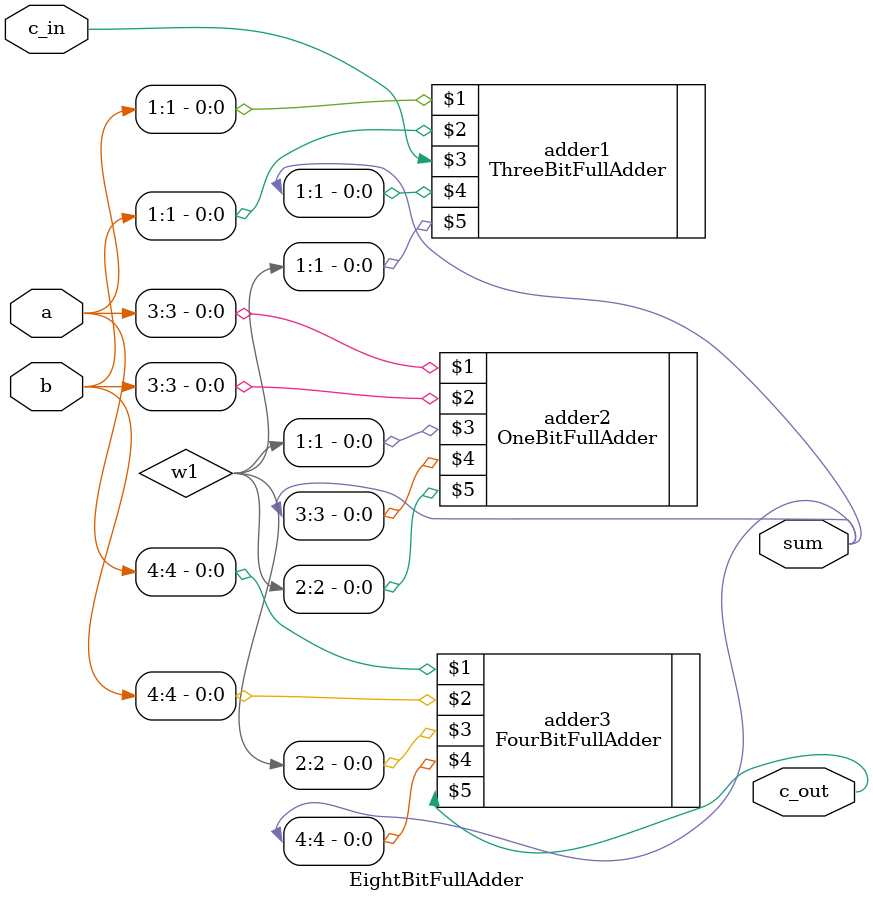
<source format=v>
/* EightBitFullAdder.v
* -------------------
* By: Harith S. Ibrahim
* Date: 15th Febuary 2022
*
* Module Description:
* --------------------
* An eight bit full adder module
* 
* Inputs:
* a [3:0] - The first number to be added
* b [3:0] - The second number to be added
* c_in carry in
*
* Outputs:
* sum [3:0] - The sum of the two inputs and carry in
* c_out - Carry out
*
*/

module EightBitFullAdder(

	input [7:0] a,
	input [7:0] b,
	input c_in,
	
	output [7:0] sum,
	output c_out

);


	wire [7:0] w1;

	
	
	ThreeBitFullAdder adder1(
	a[1],
	b[1],
	c_in,
	sum[1],
	w1[1]
	);
	
	
	
	
	
	OneBitFullAdder adder2(
	a[3],
	b[3],
	w1[1],
	sum[3],
	w1[2]
	);
	
	
	FourBitFullAdder adder3(
	a[4],
	b[4],
	w1[2],
	sum[4],
	c_out
	);
	
endmodule
</source>
